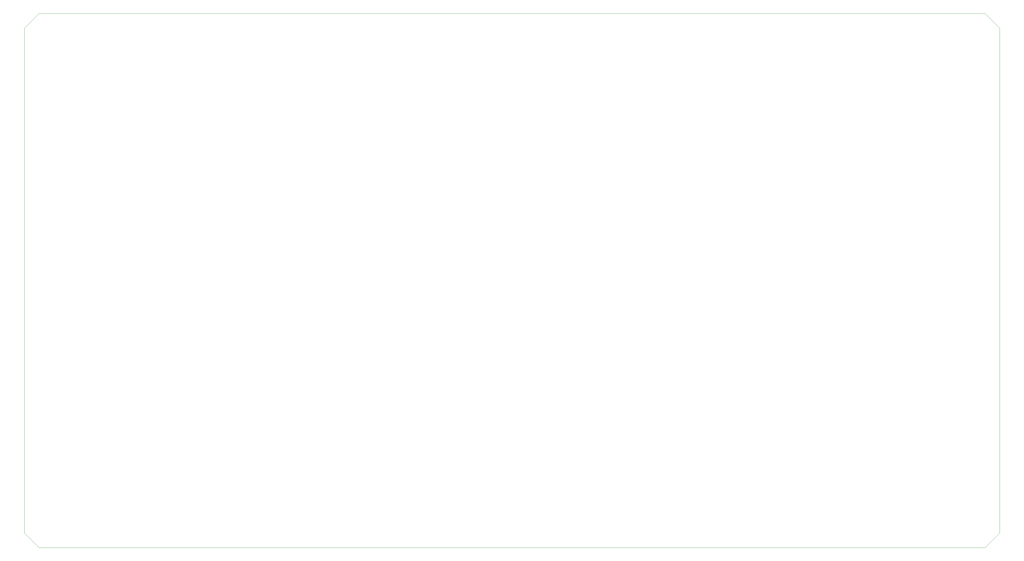
<source format=gbr>
G04 #@! TF.GenerationSoftware,KiCad,Pcbnew,(5.1.5)-3*
G04 #@! TF.CreationDate,2020-04-14T19:59:01+09:00*
G04 #@! TF.ProjectId,APA102_MENZUKE5_base,41504131-3032-45f4-9d45-4e5a554b4535,rev?*
G04 #@! TF.SameCoordinates,Original*
G04 #@! TF.FileFunction,Profile,NP*
%FSLAX46Y46*%
G04 Gerber Fmt 4.6, Leading zero omitted, Abs format (unit mm)*
G04 Created by KiCad (PCBNEW (5.1.5)-3) date 2020-04-14 19:59:01*
%MOMM*%
%LPD*%
G04 APERTURE LIST*
%ADD10C,0.050000*%
G04 APERTURE END LIST*
D10*
X372000000Y-33000000D02*
X367000000Y-28000000D01*
X367000000Y-210000000D02*
X372000000Y-205000000D01*
X45000000Y-210000000D02*
X40000000Y-205000000D01*
X40000000Y-33000000D02*
X45000000Y-28000000D01*
X367000000Y-28000000D02*
X45000000Y-28000000D01*
X372000000Y-205000000D02*
X372000000Y-33000000D01*
X45000000Y-210000000D02*
X367000000Y-210000000D01*
X40000000Y-33000000D02*
X40000000Y-205000000D01*
M02*

</source>
